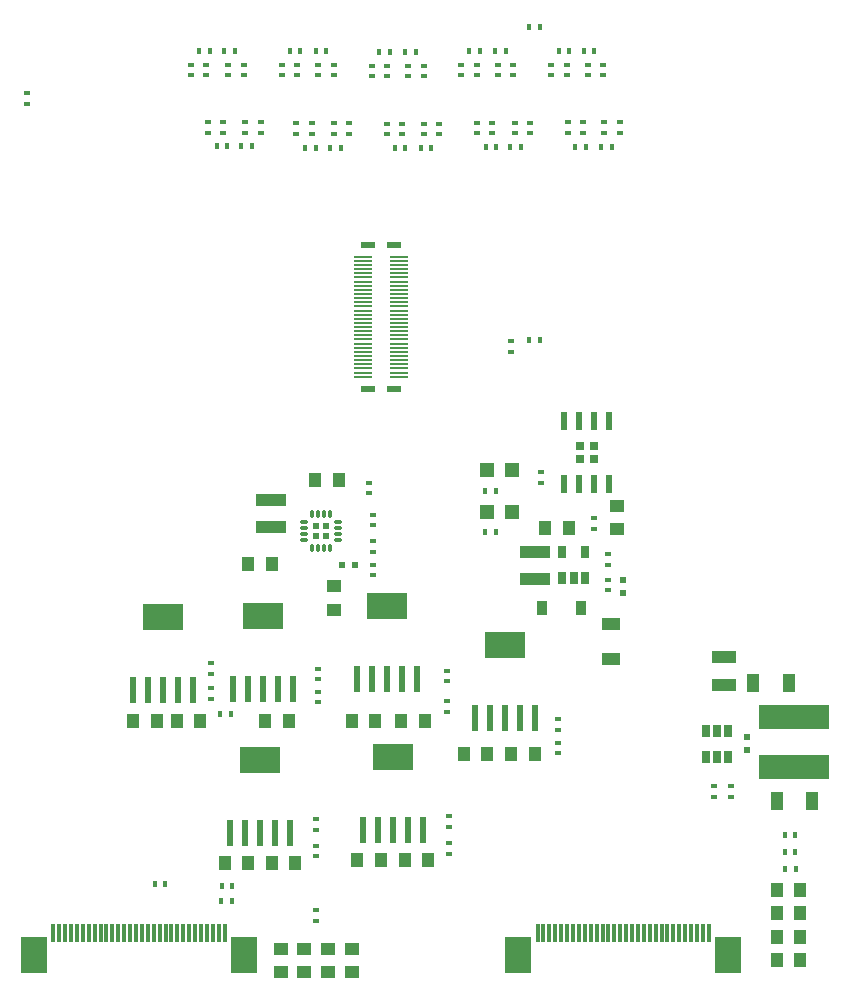
<source format=gtp>
G04 #@! TF.FileFunction,Paste,Top*
%FSLAX46Y46*%
G04 Gerber Fmt 4.6, Leading zero omitted, Abs format (unit mm)*
G04 Created by KiCad (PCBNEW 4.0.4-stable) date Mon Nov 14 15:58:05 2016*
%MOMM*%
%LPD*%
G01*
G04 APERTURE LIST*
%ADD10C,0.100000*%
%ADD11R,1.600000X0.200000*%
%ADD12R,1.200000X0.600000*%
%ADD13R,0.300000X1.500000*%
%ADD14R,2.300000X3.100000*%
%ADD15R,0.600000X0.400000*%
%ADD16R,1.000000X1.250000*%
%ADD17R,0.600000X0.500000*%
%ADD18R,0.500000X0.600000*%
%ADD19R,1.600000X1.000000*%
%ADD20R,1.250000X1.000000*%
%ADD21R,2.540000X1.021080*%
%ADD22R,0.400000X0.600000*%
%ADD23R,0.650000X1.060000*%
%ADD24O,0.300000X0.750000*%
%ADD25O,0.750000X0.300000*%
%ADD26R,0.540000X0.540000*%
%ADD27R,0.600000X1.550000*%
%ADD28R,0.705000X0.705000*%
%ADD29R,0.910000X1.220000*%
%ADD30R,0.600000X2.200000*%
%ADD31R,3.500000X2.200000*%
%ADD32R,1.198880X1.198880*%
%ADD33R,1.000000X1.600000*%
%ADD34R,2.029460X1.140460*%
%ADD35R,6.000000X2.000000*%
G04 APERTURE END LIST*
D10*
D11*
X197000000Y-112075000D03*
X197000000Y-111725000D03*
X197000000Y-111375000D03*
X197000000Y-111025000D03*
X197000000Y-110675000D03*
X197000000Y-110325000D03*
X197000000Y-109975000D03*
X197000000Y-109625000D03*
X197000000Y-109275000D03*
X197000000Y-108925000D03*
X197000000Y-108575000D03*
X197000000Y-108225000D03*
X197000000Y-107875000D03*
X197000000Y-107525000D03*
X197000000Y-107175000D03*
X197000000Y-106825000D03*
X197000000Y-106475000D03*
X197000000Y-106125000D03*
X197000000Y-105775000D03*
X197000000Y-105425000D03*
X197000000Y-105075000D03*
X197000000Y-104725000D03*
X197000000Y-104375000D03*
X197000000Y-104025000D03*
X197000000Y-103675000D03*
X197000000Y-103325000D03*
X197000000Y-102975000D03*
X197000000Y-102625000D03*
X197000000Y-102275000D03*
X197000000Y-101925000D03*
X200000000Y-112075000D03*
X200000000Y-111725000D03*
X200000000Y-111375000D03*
X200000000Y-111025000D03*
X200000000Y-110675000D03*
X200000000Y-110325000D03*
X200000000Y-109975000D03*
X200000000Y-109625000D03*
X200000000Y-109275000D03*
X200000000Y-108925000D03*
X200000000Y-108575000D03*
X200000000Y-108225000D03*
X200000000Y-107875000D03*
X200000000Y-107525000D03*
X200000000Y-107175000D03*
X200000000Y-106825000D03*
X200000000Y-106475000D03*
X200000000Y-106125000D03*
X200000000Y-105775000D03*
X200000000Y-105425000D03*
X200000000Y-105075000D03*
X200000000Y-104725000D03*
X200000000Y-104375000D03*
X200000000Y-104025000D03*
X200000000Y-103675000D03*
X200000000Y-103325000D03*
X200000000Y-102975000D03*
X200000000Y-102625000D03*
X200000000Y-102275000D03*
X200000000Y-101925000D03*
D12*
X197400000Y-113100000D03*
X199600000Y-113100000D03*
X197400000Y-100900000D03*
X199600000Y-100900000D03*
D13*
X185250000Y-159150000D03*
X184750000Y-159150000D03*
X184250000Y-159150000D03*
X183750000Y-159150000D03*
X183250000Y-159150000D03*
X182750000Y-159150000D03*
X182250000Y-159150000D03*
X181750000Y-159150000D03*
X181250000Y-159150000D03*
X180750000Y-159150000D03*
X180250000Y-159150000D03*
X179750000Y-159150000D03*
X179250000Y-159150000D03*
X178750000Y-159150000D03*
X178250000Y-159150000D03*
X177750000Y-159150000D03*
X177250000Y-159150000D03*
X176750000Y-159150000D03*
X176250000Y-159150000D03*
X175750000Y-159150000D03*
X175250000Y-159150000D03*
X174750000Y-159150000D03*
X174250000Y-159150000D03*
X173750000Y-159150000D03*
X173250000Y-159150000D03*
X172750000Y-159150000D03*
X172250000Y-159150000D03*
X171750000Y-159150000D03*
X171250000Y-159150000D03*
X170750000Y-159150000D03*
D14*
X169100000Y-161050000D03*
X186900000Y-161050000D03*
D15*
X197700000Y-85750000D03*
X197700000Y-86650000D03*
X194520000Y-91530000D03*
X194520000Y-90630000D03*
D16*
X212400000Y-124930000D03*
X214400000Y-124930000D03*
X189250000Y-127900000D03*
X187250000Y-127900000D03*
D17*
X195190000Y-127980000D03*
X196290000Y-127980000D03*
D18*
X219000000Y-130380000D03*
X219000000Y-129280000D03*
D19*
X218000000Y-133000000D03*
X218000000Y-136000000D03*
D16*
X194910000Y-120840000D03*
X192910000Y-120840000D03*
D20*
X194520000Y-131800000D03*
X194520000Y-129800000D03*
D21*
X211500000Y-129175540D03*
X211500000Y-126884460D03*
X189180000Y-122504460D03*
X189180000Y-124795540D03*
D15*
X183820000Y-91410000D03*
X183820000Y-90510000D03*
X185120000Y-91410000D03*
X185120000Y-90510000D03*
X187020000Y-91410000D03*
X187020000Y-90510000D03*
X188320000Y-91410000D03*
X188320000Y-90510000D03*
X212900000Y-85650000D03*
X212900000Y-86550000D03*
X214200000Y-85650000D03*
X214200000Y-86550000D03*
X216000000Y-85650000D03*
X216000000Y-86550000D03*
X217300000Y-85650000D03*
X217300000Y-86550000D03*
X214300000Y-91450000D03*
X214300000Y-90550000D03*
X215600000Y-91450000D03*
X215600000Y-90550000D03*
X217400000Y-91450000D03*
X217400000Y-90550000D03*
X218700000Y-91450000D03*
X218700000Y-90550000D03*
X182370000Y-85650000D03*
X182370000Y-86550000D03*
X183670000Y-85650000D03*
X183670000Y-86550000D03*
X185570000Y-85650000D03*
X185570000Y-86550000D03*
X186870000Y-85650000D03*
X186870000Y-86550000D03*
X190100000Y-85650000D03*
X190100000Y-86550000D03*
X191400000Y-85650000D03*
X191400000Y-86550000D03*
X193200000Y-85650000D03*
X193200000Y-86550000D03*
X194500000Y-85650000D03*
X194500000Y-86550000D03*
D22*
X184570000Y-92560000D03*
X185470000Y-92560000D03*
X186670000Y-92560000D03*
X187570000Y-92560000D03*
X213550000Y-84500000D03*
X214450000Y-84500000D03*
X215650000Y-84500000D03*
X216550000Y-84500000D03*
X214950000Y-92600000D03*
X215850000Y-92600000D03*
X217150000Y-92600000D03*
X218050000Y-92600000D03*
X183120000Y-84500000D03*
X184020000Y-84500000D03*
X185220000Y-84500000D03*
X186120000Y-84500000D03*
X190750000Y-84500000D03*
X191650000Y-84500000D03*
X192950000Y-84500000D03*
X193850000Y-84500000D03*
D15*
X205300000Y-85650000D03*
X205300000Y-86550000D03*
X206600000Y-85650000D03*
X206600000Y-86550000D03*
X208400000Y-85650000D03*
X208400000Y-86550000D03*
X209700000Y-85650000D03*
X209700000Y-86550000D03*
X199000000Y-85750000D03*
X199000000Y-86650000D03*
X200800000Y-85750000D03*
X200800000Y-86650000D03*
X202100000Y-85750000D03*
X202100000Y-86650000D03*
X191320000Y-91530000D03*
X191320000Y-90630000D03*
X192620000Y-91530000D03*
X192620000Y-90630000D03*
X195820000Y-91530000D03*
X195820000Y-90630000D03*
X206600000Y-91460000D03*
X206600000Y-90560000D03*
X207900000Y-91460000D03*
X207900000Y-90560000D03*
X209800000Y-91460000D03*
X209800000Y-90560000D03*
X211100000Y-91460000D03*
X211100000Y-90560000D03*
X199000000Y-91550000D03*
X199000000Y-90650000D03*
X200300000Y-91550000D03*
X200300000Y-90650000D03*
X202100000Y-91550000D03*
X202100000Y-90650000D03*
X203400000Y-91550000D03*
X203400000Y-90650000D03*
D22*
X205950000Y-84500000D03*
X206850000Y-84500000D03*
X208150000Y-84500000D03*
X209050000Y-84500000D03*
X198350000Y-84600000D03*
X199250000Y-84600000D03*
X200550000Y-84600000D03*
X201450000Y-84600000D03*
X192070000Y-92680000D03*
X192970000Y-92680000D03*
X194170000Y-92680000D03*
X195070000Y-92680000D03*
X207350000Y-92610000D03*
X208250000Y-92610000D03*
X209450000Y-92610000D03*
X210350000Y-92610000D03*
X199650000Y-92700000D03*
X200550000Y-92700000D03*
X201850000Y-92700000D03*
X202750000Y-92700000D03*
D15*
X216500000Y-124080000D03*
X216500000Y-124980000D03*
X217700000Y-129280000D03*
X217700000Y-130180000D03*
X217700000Y-127080000D03*
X217700000Y-127980000D03*
X197780000Y-123760000D03*
X197780000Y-124660000D03*
X197830000Y-126020000D03*
X197830000Y-126920000D03*
X197850000Y-128000000D03*
X197850000Y-128900000D03*
D23*
X213850000Y-129130000D03*
X214800000Y-129130000D03*
X215750000Y-129130000D03*
X215750000Y-126930000D03*
X213850000Y-126930000D03*
D24*
X192660000Y-126615000D03*
X193160000Y-126615000D03*
X193660000Y-126615000D03*
X194160000Y-126615000D03*
D25*
X194885000Y-125890000D03*
X194885000Y-125390000D03*
X194885000Y-124890000D03*
X194885000Y-124390000D03*
D24*
X194160000Y-123665000D03*
X193660000Y-123665000D03*
X193160000Y-123665000D03*
X192660000Y-123665000D03*
D25*
X191935000Y-124390000D03*
X191935000Y-124890000D03*
X191935000Y-125390000D03*
X191935000Y-125890000D03*
D26*
X193860000Y-124690000D03*
X192960000Y-124690000D03*
X193860000Y-125590000D03*
X192960000Y-125590000D03*
D27*
X213995000Y-121200000D03*
X215265000Y-121200000D03*
X216535000Y-121200000D03*
X217805000Y-121200000D03*
X217805000Y-115800000D03*
X216535000Y-115800000D03*
X215265000Y-115800000D03*
X213995000Y-115800000D03*
D28*
X216487500Y-117912500D03*
X215312500Y-117912500D03*
X216487500Y-119087500D03*
X215312500Y-119087500D03*
D29*
X215435000Y-131630000D03*
X212165000Y-131630000D03*
D16*
X196000000Y-141200000D03*
X198000000Y-141200000D03*
X202200000Y-141200000D03*
X200200000Y-141200000D03*
D15*
X197500000Y-121950000D03*
X197500000Y-121050000D03*
X212000000Y-120150000D03*
X212000000Y-121050000D03*
X209500000Y-109950000D03*
X209500000Y-109050000D03*
D22*
X211950000Y-109000000D03*
X211050000Y-109000000D03*
D15*
X204040000Y-140460000D03*
X204040000Y-139560000D03*
X204050000Y-137860000D03*
X204050000Y-136960000D03*
D30*
X196460000Y-137700000D03*
X197730000Y-137700000D03*
X199000000Y-137700000D03*
X200270000Y-137700000D03*
X201540000Y-137700000D03*
D31*
X199000000Y-131500000D03*
D16*
X196500000Y-153000000D03*
X198500000Y-153000000D03*
X211500000Y-144000000D03*
X209500000Y-144000000D03*
X205500000Y-144000000D03*
X207500000Y-144000000D03*
X202500000Y-153000000D03*
X200500000Y-153000000D03*
X185250000Y-153250000D03*
X187250000Y-153250000D03*
X191250000Y-153250000D03*
X189250000Y-153250000D03*
D22*
X180240000Y-155070000D03*
X179340000Y-155070000D03*
D15*
X213500000Y-143950000D03*
X213500000Y-143050000D03*
X213500000Y-141950000D03*
X213500000Y-141050000D03*
D22*
X232680000Y-150910000D03*
X233580000Y-150910000D03*
D15*
X204250000Y-152450000D03*
X204250000Y-151550000D03*
X204250000Y-150200000D03*
X204250000Y-149300000D03*
X193000000Y-152700000D03*
X193000000Y-151800000D03*
X193000000Y-150450000D03*
X193000000Y-149550000D03*
D30*
X206460000Y-141000000D03*
X207730000Y-141000000D03*
X209000000Y-141000000D03*
X210270000Y-141000000D03*
X211540000Y-141000000D03*
D31*
X209000000Y-134800000D03*
D30*
X196960000Y-150500000D03*
X198230000Y-150500000D03*
X199500000Y-150500000D03*
X200770000Y-150500000D03*
X202040000Y-150500000D03*
D31*
X199500000Y-144300000D03*
D30*
X185710000Y-150750000D03*
X186980000Y-150750000D03*
X188250000Y-150750000D03*
X189520000Y-150750000D03*
X190790000Y-150750000D03*
D31*
X188250000Y-144550000D03*
D13*
X226250000Y-159150000D03*
X225750000Y-159150000D03*
X225250000Y-159150000D03*
X224750000Y-159150000D03*
X224250000Y-159150000D03*
X223750000Y-159150000D03*
X223250000Y-159150000D03*
X222750000Y-159150000D03*
X222250000Y-159150000D03*
X221750000Y-159150000D03*
X221250000Y-159150000D03*
X220750000Y-159150000D03*
X220250000Y-159150000D03*
X219750000Y-159150000D03*
X219250000Y-159150000D03*
X218750000Y-159150000D03*
X218250000Y-159150000D03*
X217750000Y-159150000D03*
X217250000Y-159150000D03*
X216750000Y-159150000D03*
X216250000Y-159150000D03*
X215750000Y-159150000D03*
X215250000Y-159150000D03*
X214750000Y-159150000D03*
X214250000Y-159150000D03*
X213750000Y-159150000D03*
X213250000Y-159150000D03*
X212750000Y-159150000D03*
X212250000Y-159150000D03*
X211750000Y-159150000D03*
D14*
X210100000Y-161050000D03*
X227900000Y-161050000D03*
D20*
X190000000Y-162500000D03*
X190000000Y-160500000D03*
X192000000Y-162500000D03*
X192000000Y-160500000D03*
X194000000Y-162500000D03*
X194000000Y-160500000D03*
D16*
X234000000Y-155500000D03*
X232000000Y-155500000D03*
X234000000Y-161500000D03*
X232000000Y-161500000D03*
X234000000Y-159500000D03*
X232000000Y-159500000D03*
X234000000Y-157500000D03*
X232000000Y-157500000D03*
D20*
X196000000Y-162500000D03*
X196000000Y-160500000D03*
D22*
X184970000Y-156490000D03*
X185870000Y-156490000D03*
X184990000Y-155220000D03*
X185890000Y-155220000D03*
D15*
X193030000Y-157240000D03*
X193030000Y-158140000D03*
D22*
X232690000Y-153740000D03*
X233590000Y-153740000D03*
X232660000Y-152340000D03*
X233560000Y-152340000D03*
D32*
X207450980Y-123500000D03*
X209549020Y-123500000D03*
X207450980Y-120000000D03*
X209549020Y-120000000D03*
D22*
X208200000Y-125250000D03*
X207300000Y-125250000D03*
X208200000Y-121750000D03*
X207300000Y-121750000D03*
D20*
X218500000Y-125000000D03*
X218500000Y-123000000D03*
D16*
X190700000Y-141200000D03*
X188700000Y-141200000D03*
D15*
X193200000Y-136800000D03*
X193200000Y-137700000D03*
X193200000Y-138750000D03*
X193200000Y-139650000D03*
D30*
X185960000Y-138500000D03*
X187230000Y-138500000D03*
X188500000Y-138500000D03*
X189770000Y-138500000D03*
X191040000Y-138500000D03*
D31*
X188500000Y-132300000D03*
D22*
X184870000Y-140620000D03*
X185770000Y-140620000D03*
D16*
X177500000Y-141200000D03*
X179500000Y-141200000D03*
X183200000Y-141200000D03*
X181200000Y-141200000D03*
D33*
X230000000Y-138000000D03*
X233000000Y-138000000D03*
D18*
X229460000Y-143650000D03*
X229460000Y-142550000D03*
D33*
X232000000Y-148000000D03*
X235000000Y-148000000D03*
D34*
X227500000Y-135796040D03*
X227500000Y-138203960D03*
D35*
X233500000Y-140850000D03*
X233500000Y-145150000D03*
D15*
X168500000Y-88950000D03*
X168500000Y-88050000D03*
D22*
X211950000Y-82500000D03*
X211050000Y-82500000D03*
D15*
X184100000Y-139350000D03*
X184100000Y-138450000D03*
X184100000Y-137250000D03*
X184100000Y-136350000D03*
X228100000Y-147650000D03*
X228100000Y-146750000D03*
X226700000Y-146750000D03*
X226700000Y-147650000D03*
D30*
X177460000Y-138600000D03*
X178730000Y-138600000D03*
X180000000Y-138600000D03*
X181270000Y-138600000D03*
X182540000Y-138600000D03*
D31*
X180000000Y-132400000D03*
D23*
X227890000Y-142040000D03*
X226940000Y-142040000D03*
X225990000Y-142040000D03*
X225990000Y-144240000D03*
X227890000Y-144240000D03*
X226940000Y-144240000D03*
M02*

</source>
